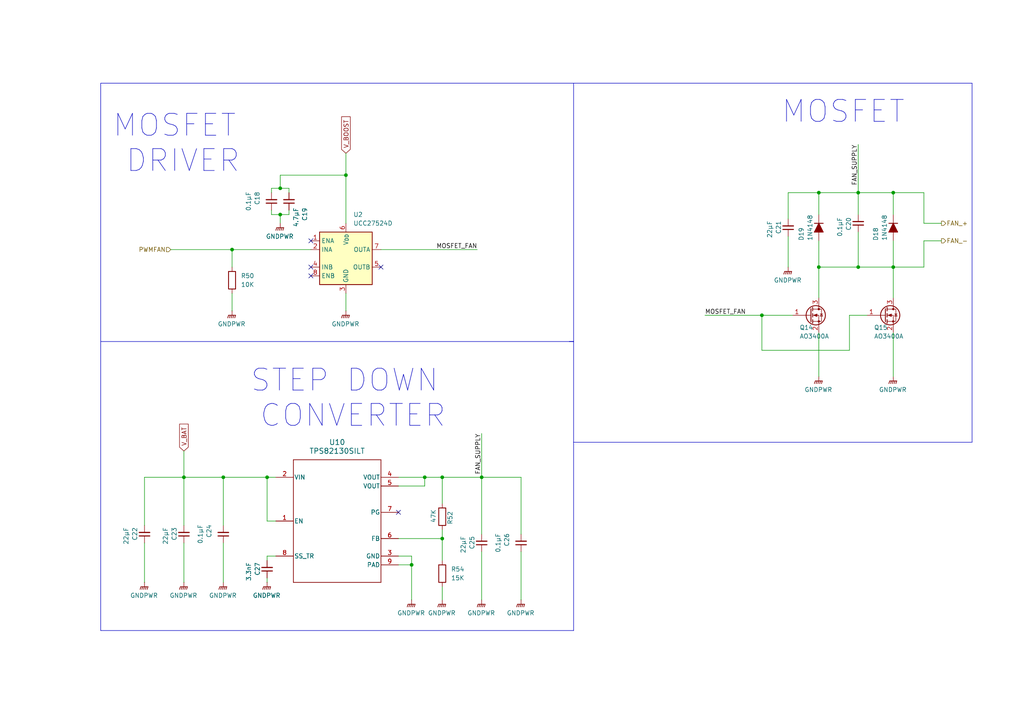
<source format=kicad_sch>
(kicad_sch (version 20250114) (generator "eeschema") (generator_version "9.0")
  (paper "A4")
  (title_block (title "Rabosa Micromouse") (rev "1.0") (company "XorvaLabs ") (comment 1 "Schematic design based on Green Ye's Green Giant 5.19V micromouse") (comment 2 "And in OPRobots streams"))
  (lib_symbols
    (symbol "Device:C_Small" (pin_numbers (hide yes)) (pin_names (offset 0.254) (hide yes))
      (property "Reference" "C" (at 0.254 1.778 0))
      (property "Value" "C_Small" (at 0.254 -2.032 0))
      (symbol "C_Small_0_1"
        (polyline (pts (xy -1.524 0.508) (xy 1.524 0.508)) (stroke (width 0.3048)))
        (polyline (pts (xy -1.524 -0.508) (xy 1.524 -0.508)) (stroke (width 0.3302)))
      )
      (symbol "C_Small_1_1"
        (pin passive line (at 0 2.54 270) (length 2.032) (name "~") (number "1"))
        (pin passive line (at 0 -2.54 90) (length 2.032) (name "~") (number "2"))
      )
    )
    (symbol "Device:R" (pin_numbers (hide yes)) (pin_names (offset 0))
      (property "Reference" "R" (at 2.032 0 90))
      (property "Value" "R" (at 0 0 90))
      (symbol "R_0_1"
        (rectangle (start -1.016 -2.54) (end 1.016 2.54) (stroke (width 0.254)))
      )
      (symbol "R_1_1"
        (pin passive line (at 0 3.81 270) (length 1.27) (name "~") (number "1"))
        (pin passive line (at 0 -3.81 90) (length 1.27) (name "~") (number "2"))
      )
    )
    (symbol "Driver_FET:UCC27524D"
      (property "Reference" "U" (at -7.62 8.89 0))
      (property "Value" "UCC27524D" (at 1.27 8.89 0))
      (symbol "UCC27524D_0_1"
        (rectangle (start -7.62 7.62) (end 7.62 -7.62) (stroke (width 0.254)) (fill (type background)))
      )
      (symbol "UCC27524D_1_1"
        (pin input line (at -10.16 5.08 0) (length 2.54) (name "ENA") (number "1"))
        (pin input line (at -10.16 2.54 0) (length 2.54) (name "INA") (number "2"))
        (pin input line (at -10.16 -2.54 0) (length 2.54) (name "INB") (number "4"))
        (pin input line (at -10.16 -5.08 0) (length 2.54) (name "ENB") (number "8"))
        (pin power_in line (at 0 10.16 270) (length 2.54) (name "V_{DD}") (number "6"))
        (pin power_in line (at 0 -10.16 90) (length 2.54) (name "GND") (number "3"))
        (pin output line (at 10.16 2.54 180) (length 2.54) (name "OUTA") (number "7"))
        (pin output line (at 10.16 -2.54 180) (length 2.54) (name "OUTB") (number "5"))
      )
    )
    (symbol "PCM_Diode_AKL:1N4148" (pin_numbers (hide yes)) (pin_names (offset 1.016) (hide yes))
      (property "Reference" "D" (at 0 5.08 0))
      (property "Value" "1N4148" (at 0 2.54 0))
      (symbol "1N4148_0_1"
        (polyline (pts (xy -1.27 1.27) (xy -1.27 -1.27) (xy 1.27 0) (xy -1.27 1.27)) (stroke (width 0.254)) (fill (type outline)))
        (polyline (pts (xy -1.27 0) (xy 1.27 0)))
        (polyline (pts (xy 1.27 1.27) (xy 1.27 -1.27)) (stroke (width 0.254)))
      )
      (symbol "1N4148_0_2"
        (polyline (pts (xy -2.54 -2.54) (xy 2.54 2.54)))
        (polyline (pts (xy -0.889 -0.889) (xy -1.778 0) (xy 0.889 0.889) (xy 0 -1.778) (xy -0.889 -0.889)) (stroke (width 0.254)) (fill (type outline)))
        (polyline (pts (xy 0 1.778) (xy 1.778 0)) (stroke (width 0.254)))
      )
      (symbol "1N4148_1_1"
        (pin passive line (at -3.81 0 0) (length 2.54) (name "A") (number "2"))
        (pin passive line (at 3.81 0 180) (length 2.54) (name "K") (number "1"))
      )
      (symbol "1N4148_1_2"
        (pin passive line (at -2.54 -2.54 0) (length 0) (name "A") (number "2"))
        (pin passive line (at 2.54 2.54 180) (length 0) (name "K") (number "1"))
      )
    )
    (symbol "Transistor_FET:AO3400A" (pin_names (offset 0) (hide yes))
      (property "Reference" "Q" (at 5.08 1.905 0))
      (property "Value" "AO3400A" (at 5.08 0 0))
      (symbol "AO3400A_0_1"
        (polyline (pts (xy 0.254 1.905) (xy 0.254 -1.905)) (stroke (width 0.254)))
        (polyline (pts (xy 0.254 0) (xy -2.54 0)))
        (polyline (pts (xy 0.762 2.286) (xy 0.762 1.27)) (stroke (width 0.254)))
        (polyline (pts (xy 0.762 0.508) (xy 0.762 -0.508)) (stroke (width 0.254)))
        (polyline (pts (xy 0.762 -1.27) (xy 0.762 -2.286)) (stroke (width 0.254)))
        (polyline (pts (xy 0.762 -1.778) (xy 3.302 -1.778) (xy 3.302 1.778) (xy 0.762 1.778)))
        (polyline (pts (xy 1.016 0) (xy 2.032 0.381) (xy 2.032 -0.381) (xy 1.016 0)) (fill (type outline)))
        (circle (center 1.651 0) (radius 2.794) (stroke (width 0.254)))
        (polyline (pts (xy 2.54 2.54) (xy 2.54 1.778)))
        (circle (center 2.54 1.778) (radius 0.254) (fill (type outline)))
        (circle (center 2.54 -1.778) (radius 0.254) (fill (type outline)))
        (polyline (pts (xy 2.54 -2.54) (xy 2.54 0) (xy 0.762 0)))
        (polyline (pts (xy 2.921 0.381) (xy 3.683 0.381)))
        (polyline (pts (xy 3.302 0.381) (xy 2.921 -0.254) (xy 3.683 -0.254) (xy 3.302 0.381)))
      )
      (symbol "AO3400A_1_1"
        (pin input line (at -5.08 0 0) (length 2.54) (name "G") (number "1"))
        (pin passive line (at 2.54 5.08 270) (length 2.54) (name "D") (number "3"))
        (pin passive line (at 2.54 -5.08 90) (length 2.54) (name "S") (number "2"))
      )
    )
    (symbol "dc-dc:TPS82130SILT" (pin_names (offset 0.254))
      (property "Reference" "U" (at 0 2.54 0))
      (property "Value" "TPS82130SILT" (at 0 0 0))
      (symbol "TPS82130SILT_0_1"
        (polyline (pts (xy -12.7 17.78) (xy -12.7 -17.78)) (stroke (width 0.2032)))
        (polyline (pts (xy -12.7 -17.78) (xy 12.7 -17.78)) (stroke (width 0.2032)))
        (polyline (pts (xy 12.7 17.78) (xy -12.7 17.78)) (stroke (width 0.2032)))
        (polyline (pts (xy 12.7 -17.78) (xy 12.7 17.78)) (stroke (width 0.2032)))
        (pin power_in line (at -17.78 12.7 0) (length 5.08) (name "VIN") (number "2"))
        (pin input line (at -17.78 0 0) (length 5.08) (name "EN") (number "1"))
        (pin input line (at -17.78 -10.16 0) (length 5.08) (name "SS_TR") (number "8"))
        (pin power_in line (at 17.78 12.7 180) (length 5.08) (name "VOUT") (number "4"))
        (pin power_in line (at 17.78 10.16 180) (length 5.08) (name "VOUT") (number "5"))
        (pin open_collector line (at 17.78 2.54 180) (length 5.08) (name "PG") (number "7"))
        (pin input line (at 17.78 -5.08 180) (length 5.08) (name "FB") (number "6"))
        (pin power_in line (at 17.78 -10.16 180) (length 5.08) (name "GND") (number "3"))
        (pin power_in line (at 17.78 -12.7 180) (length 5.08) (name "PAD") (number "9"))
      )
    )
    (symbol "power:GNDPWR" (power) (pin_numbers (hide yes)) (pin_names (offset 0) (hide yes))
      (property "Value" "GNDPWR" (at 0 -3.302 0))
      (symbol "GNDPWR_0_1"
        (polyline (pts (xy -1.016 -1.27) (xy -1.27 -2.032) (xy -1.27 -2.032)) (stroke (width 0.2032)))
        (polyline (pts (xy -0.508 -1.27) (xy -0.762 -2.032) (xy -0.762 -2.032)) (stroke (width 0.2032)))
        (polyline (pts (xy 0 -1.27) (xy 0 0)))
        (polyline (pts (xy 0 -1.27) (xy -0.254 -2.032) (xy -0.254 -2.032)) (stroke (width 0.2032)))
        (polyline (pts (xy 0.508 -1.27) (xy 0.254 -2.032) (xy 0.254 -2.032)) (stroke (width 0.2032)))
        (polyline (pts (xy 1.016 -1.27) (xy -1.016 -1.27) (xy -1.016 -1.27)) (stroke (width 0.2032)))
        (polyline (pts (xy 1.016 -1.27) (xy 0.762 -2.032) (xy 0.762 -2.032) (xy 0.762 -2.032)) (stroke (width 0.2032)))
      )
      (symbol "GNDPWR_1_1"
        (pin power_in line (at 0 0 270) (length 0) (name "~") (number "1"))
      )
    )
  )
  (text "MOSFET" (at 244.602 32.512 0) (effects (font (size 6.35 6.35))))
  (text "STEP DOWN \nCONVERTER" (at 102.362 115.57 0) (effects (font (size 6.35 6.35))))
  (text "MOSFET \nDRIVER" (at 53.086 41.656 0) (effects (font (size 6.35 6.35))))
  (junction (at 259.08 55.88))
  (junction (at 81.28 62.23))
  (junction (at 67.31 72.39))
  (junction (at 77.47 138.43))
  (junction (at 128.27 138.43))
  (junction (at 128.27 156.21))
  (junction (at 81.28 54.61))
  (junction (at 259.08 77.47))
  (junction (at 139.7 138.43))
  (junction (at 248.92 77.47))
  (junction (at 123.19 138.43))
  (junction (at 119.38 163.83))
  (junction (at 220.98 91.44))
  (junction (at 248.92 55.88))
  (junction (at 53.34 138.43))
  (junction (at 237.49 55.88))
  (junction (at 64.77 138.43))
  (junction (at 100.33 50.8))
  (junction (at 237.49 77.47))
  (no_connect (at 90.17 77.47))
  (no_connect (at 110.49 77.47))
  (no_connect (at 90.17 69.85))
  (no_connect (at 90.17 80.01))
  (no_connect (at 115.57 148.59))
  (polyline (pts (xy 29.21 24.13) (xy 29.21 182.88)))
  (wire (pts (xy 259.08 55.88) (xy 267.97 55.88)))
  (wire (pts (xy 41.91 138.43) (xy 53.34 138.43)))
  (wire (pts (xy 80.01 151.13) (xy 77.47 151.13)))
  (wire (pts (xy 100.33 44.45) (xy 100.33 50.8)))
  (polyline (pts (xy 166.37 128.27) (xy 281.94 128.27)))
  (wire (pts (xy 115.57 156.21) (xy 128.27 156.21)))
  (wire (pts (xy 259.08 77.47) (xy 267.97 77.47)))
  (wire (pts (xy 123.19 140.97) (xy 123.19 138.43)))
  (wire (pts (xy 228.6 55.88) (xy 237.49 55.88)))
  (wire (pts (xy 139.7 173.99) (xy 139.7 160.02)))
  (wire (pts (xy 67.31 72.39) (xy 90.17 72.39)))
  (wire (pts (xy 228.6 68.58) (xy 228.6 77.47)))
  (wire (pts (xy 119.38 163.83) (xy 119.38 173.99)))
  (polyline (pts (xy 166.37 128.27) (xy 166.37 99.06)))
  (wire (pts (xy 220.98 101.6) (xy 220.98 91.44)))
  (wire (pts (xy 41.91 138.43) (xy 41.91 152.4)))
  (wire (pts (xy 53.34 157.48) (xy 53.34 168.91)))
  (wire (pts (xy 151.13 160.02) (xy 151.13 173.99)))
  (wire (pts (xy 128.27 156.21) (xy 128.27 162.56)))
  (wire (pts (xy 77.47 138.43) (xy 80.01 138.43)))
  (wire (pts (xy 128.27 153.67) (xy 128.27 156.21)))
  (wire (pts (xy 78.74 54.61) (xy 81.28 54.61)))
  (wire (pts (xy 64.77 138.43) (xy 77.47 138.43)))
  (wire (pts (xy 81.28 54.61) (xy 83.82 54.61)))
  (wire (pts (xy 67.31 72.39) (xy 67.31 77.47)))
  (wire (pts (xy 78.74 55.88) (xy 78.74 54.61)))
  (wire (pts (xy 259.08 62.23) (xy 259.08 55.88)))
  (wire (pts (xy 41.91 157.48) (xy 41.91 168.91)))
  (wire (pts (xy 115.57 161.29) (xy 119.38 161.29)))
  (wire (pts (xy 267.97 55.88) (xy 267.97 64.77)))
  (wire (pts (xy 77.47 151.13) (xy 77.47 138.43)))
  (polyline (pts (xy 29.21 24.13) (xy 281.94 24.13)))
  (wire (pts (xy 128.27 170.18) (xy 128.27 173.99)))
  (wire (pts (xy 49.53 72.39) (xy 67.31 72.39)))
  (wire (pts (xy 100.33 50.8) (xy 100.33 64.77)))
  (wire (pts (xy 246.38 91.44) (xy 246.38 101.6)))
  (wire (pts (xy 115.57 140.97) (xy 123.19 140.97)))
  (wire (pts (xy 78.74 60.96) (xy 78.74 62.23)))
  (wire (pts (xy 64.77 138.43) (xy 64.77 152.4)))
  (wire (pts (xy 237.49 77.47) (xy 248.92 77.47)))
  (wire (pts (xy 81.28 62.23) (xy 83.82 62.23)))
  (wire (pts (xy 83.82 60.96) (xy 83.82 62.23)))
  (polyline (pts (xy 29.21 99.06) (xy 166.37 99.06)))
  (wire (pts (xy 139.7 138.43) (xy 151.13 138.43)))
  (polyline (pts (xy 166.37 128.27) (xy 166.37 182.88)))
  (wire (pts (xy 139.7 138.43) (xy 139.7 154.94)))
  (wire (pts (xy 53.34 130.81) (xy 53.34 138.43)))
  (wire (pts (xy 128.27 138.43) (xy 139.7 138.43)))
  (wire (pts (xy 128.27 138.43) (xy 128.27 146.05)))
  (wire (pts (xy 80.01 161.29) (xy 77.47 161.29)))
  (wire (pts (xy 151.13 138.43) (xy 151.13 154.94)))
  (wire (pts (xy 237.49 55.88) (xy 237.49 62.23)))
  (wire (pts (xy 248.92 67.31) (xy 248.92 77.47)))
  (polyline (pts (xy 281.94 24.13) (xy 281.94 128.27)))
  (wire (pts (xy 259.08 96.52) (xy 259.08 109.22)))
  (wire (pts (xy 267.97 69.85) (xy 273.05 69.85)))
  (wire (pts (xy 228.6 63.5) (xy 228.6 55.88)))
  (wire (pts (xy 259.08 77.47) (xy 259.08 69.85)))
  (wire (pts (xy 100.33 85.09) (xy 100.33 90.17)))
  (wire (pts (xy 53.34 138.43) (xy 64.77 138.43)))
  (wire (pts (xy 237.49 77.47) (xy 237.49 86.36)))
  (wire (pts (xy 248.92 41.91) (xy 248.92 55.88)))
  (wire (pts (xy 237.49 55.88) (xy 248.92 55.88)))
  (wire (pts (xy 237.49 77.47) (xy 237.49 69.85)))
  (wire (pts (xy 251.46 91.44) (xy 246.38 91.44)))
  (wire (pts (xy 115.57 138.43) (xy 123.19 138.43)))
  (wire (pts (xy 123.19 138.43) (xy 128.27 138.43)))
  (wire (pts (xy 204.47 91.44) (xy 220.98 91.44)))
  (wire (pts (xy 220.98 91.44) (xy 229.87 91.44)))
  (wire (pts (xy 259.08 77.47) (xy 259.08 86.36)))
  (wire (pts (xy 139.7 125.73) (xy 139.7 138.43)))
  (wire (pts (xy 115.57 163.83) (xy 119.38 163.83)))
  (wire (pts (xy 83.82 54.61) (xy 83.82 55.88)))
  (wire (pts (xy 248.92 62.23) (xy 248.92 55.88)))
  (polyline (pts (xy 166.37 24.13) (xy 166.37 99.06)))
  (wire (pts (xy 81.28 62.23) (xy 81.28 64.77)))
  (wire (pts (xy 267.97 64.77) (xy 273.05 64.77)))
  (wire (pts (xy 119.38 161.29) (xy 119.38 163.83)))
  (wire (pts (xy 267.97 77.47) (xy 267.97 69.85)))
  (wire (pts (xy 259.08 55.88) (xy 248.92 55.88)))
  (wire (pts (xy 237.49 96.52) (xy 237.49 109.22)))
  (wire (pts (xy 81.28 62.23) (xy 78.74 62.23)))
  (wire (pts (xy 246.38 101.6) (xy 220.98 101.6)))
  (wire (pts (xy 67.31 85.09) (xy 67.31 90.17)))
  (polyline (pts (xy 166.37 182.88) (xy 29.21 182.88)))
  (wire (pts (xy 77.47 161.29) (xy 77.47 162.56)))
  (wire (pts (xy 64.77 157.48) (xy 64.77 168.91)))
  (wire (pts (xy 53.34 138.43) (xy 53.34 152.4)))
  (wire (pts (xy 81.28 50.8) (xy 81.28 54.61)))
  (wire (pts (xy 100.33 50.8) (xy 81.28 50.8)))
  (polyline (pts (xy 166.37 99.06) (xy 165.1 99.06)))
  (wire (pts (xy 248.92 77.47) (xy 259.08 77.47)))
  (wire (pts (xy 77.47 167.64) (xy 77.47 168.91)))
  (wire (pts (xy 110.49 72.39) (xy 138.43 72.39)))
  (label "MOSFET_FAN" (at 138.43 72.39 180))
  (label "FAN_SUPPLY" (at 139.7 125.73 270))
  (label "MOSFET_FAN" (at 204.47 91.44 0))
  (label "FAN_SUPPLY" (at 248.92 41.91 270))
  (global_label "V_BAT" (shape input) (at 53.34 130.81 90) (property "Intersheetrefs" "${INTERSHEET_REFS}" (effects (hide yes))))
  (global_label "V_BOOST" (shape input) (at 100.33 44.45 90) (property "Intersheetrefs" "${INTERSHEET_REFS}" (effects (hide yes))))
  (hierarchical_label "FAN_+" (shape output) (at 273.05 64.77 0))
  (hierarchical_label "PWMFAN" (shape input) (at 49.53 72.39 180))
  (hierarchical_label "FAN_-" (shape output) (at 273.05 69.85 0))
  (symbol (lib_id "Device:C_Small") (at 78.74 58.42 180) (unit 1)
    (property "Reference" "C18" (at 74.6063 55.5625 90) (effects (justify left)))
    (property "Value" "0.1µF" (at 72.0663 55.5625 90) (effects (justify left)))
    (property "Footprint" "Capacitor_SMD:C_0402_1005Metric" (effects (hide yes)))
    (property "Description" "Unpolarized capacitor, small symbol" (effects (hide yes)))
    (property "JLCPCB Part #" "C1525" (effects (hide yes)))
  )
  (symbol (lib_id "Device:C_Small") (at 139.7 157.48 0) (mirror x) (unit 1)
    (property "Reference" "C25" (at 136.906 155.448 90) (effects (justify left)))
    (property "Value" "22µF" (at 134.366 155.448 90) (effects (justify left)))
    (property "Footprint" "Capacitor_SMD:C_0402_1005Metric" (effects (hide yes)))
    (property "Description" "Unpolarized capacitor, small symbol" (effects (hide yes)))
    (property "JLCPCB Part #" "C105226" (effects (hide yes)))
  )
  (symbol (lib_id "power:GNDPWR") (at 100.33 90.17 0) (unit 1)
    (property "Reference" "#PWR0110" (effects (hide yes)))
    (property "Value" "GNDPWR" (at 100.203 93.98 0))
    (property "Description" "Power symbol creates a global label with name \"GNDPWR\" , global ground" (effects (hide yes)))
  )
  (symbol (lib_id "Transistor_FET:AO3400A") (at 256.54 91.44 0) (unit 1)
    (property "Reference" "Q15" (at 253.492 94.996 0) (effects (justify left)))
    (property "Value" "AO3400A" (at 253.492 97.536 0) (effects (justify left)))
    (property "Footprint" "Package_TO_SOT_SMD:SOT-23" (effects (hide yes)))
    (property "Datasheet" "http://www.aosmd.com/pdfs/datasheet/AO3400A.pdf" (effects (hide yes)))
    (property "Description" "30V Vds, 5.7A Id, N-Channel MOSFET, SOT-23" (effects (hide yes)))
    (property "Link compra" "https://www.digikey.es/es/products/detail/alpha-omega-semiconductor-inc/AO3400A/1855772" (effects (hide yes)))
    (property "JLCPCB Part #" "C20917" (effects (hide yes)))
  )
  (symbol (lib_id "Transistor_FET:AO3400A") (at 234.95 91.44 0) (unit 1)
    (property "Reference" "Q14" (at 231.902 94.996 0) (effects (justify left)))
    (property "Value" "AO3400A" (at 231.902 97.536 0) (effects (justify left)))
    (property "Footprint" "Package_TO_SOT_SMD:SOT-23" (effects (hide yes)))
    (property "Datasheet" "http://www.aosmd.com/pdfs/datasheet/AO3400A.pdf" (effects (hide yes)))
    (property "Description" "30V Vds, 5.7A Id, N-Channel MOSFET, SOT-23" (effects (hide yes)))
    (property "Link compra" "https://www.digikey.es/es/products/detail/alpha-omega-semiconductor-inc/AO3400A/1855772" (effects (hide yes)))
    (property "JLCPCB Part #" "C20917" (effects (hide yes)))
  )
  (symbol (lib_id "Device:C_Small") (at 151.13 157.48 180) (unit 1)
    (property "Reference" "C26" (at 146.9963 154.6225 90) (effects (justify left)))
    (property "Value" "0.1µF" (at 144.4563 154.6225 90) (effects (justify left)))
    (property "Footprint" "Capacitor_SMD:C_0402_1005Metric" (effects (hide yes)))
    (property "Description" "Unpolarized capacitor, small symbol" (effects (hide yes)))
    (property "JLCPCB Part #" "C1525" (effects (hide yes)))
  )
  (symbol (lib_id "power:GNDPWR") (at 64.77 168.91 0) (unit 1)
    (property "Reference" "#PWR0120" (effects (hide yes)))
    (property "Value" "GNDPWR" (at 64.643 172.72 0))
    (property "Description" "Power symbol creates a global label with name \"GNDPWR\" , global ground" (effects (hide yes)))
  )
  (symbol (lib_id "Device:C_Small") (at 41.91 154.94 0) (mirror x) (unit 1)
    (property "Reference" "C22" (at 39.116 152.908 90) (effects (justify left)))
    (property "Value" "22µF" (at 36.576 152.908 90) (effects (justify left)))
    (property "Footprint" "Capacitor_SMD:C_0402_1005Metric" (effects (hide yes)))
    (property "Description" "Unpolarized capacitor, small symbol" (effects (hide yes)))
    (property "JLCPCB Part #" "C105226" (effects (hide yes)))
  )
  (symbol (lib_id "Device:R") (at 128.27 166.37 0) (unit 1)
    (property "Reference" "R54" (at 130.81 165.0999 0) (effects (justify left)))
    (property "Value" "15K" (at 130.81 167.6399 0) (effects (justify left)))
    (property "Footprint" "Resistor_SMD:R_0402_1005Metric" (effects (hide yes)))
    (property "Description" "Resistor" (effects (hide yes)))
    (property "JLCPCB Part #" "C173692" (effects (hide yes)))
  )
  (symbol (lib_id "Device:C_Small") (at 53.34 154.94 0) (mirror x) (unit 1)
    (property "Reference" "C23" (at 50.546 152.908 90) (effects (justify left)))
    (property "Value" "22µF" (at 48.006 152.908 90) (effects (justify left)))
    (property "Footprint" "Capacitor_SMD:C_0402_1005Metric" (effects (hide yes)))
    (property "Description" "Unpolarized capacitor, small symbol" (effects (hide yes)))
    (property "JLCPCB Part #" "C105226" (effects (hide yes)))
  )
  (symbol (lib_id "power:GNDPWR") (at 259.08 109.22 0) (unit 1)
    (property "Reference" "#PWR0117" (effects (hide yes)))
    (property "Value" "GNDPWR" (at 258.953 113.03 0))
    (property "Description" "Power symbol creates a global label with name \"GNDPWR\" , global ground" (effects (hide yes)))
  )
  (symbol (lib_id "Device:C_Small") (at 77.47 165.1 0) (mirror x) (unit 1)
    (property "Reference" "C27" (at 74.676 163.068 90) (effects (justify left)))
    (property "Value" "3.3nF" (at 72.136 163.068 90) (effects (justify left)))
    (property "Footprint" "Capacitor_SMD:C_0402_1005Metric" (effects (hide yes)))
    (property "Description" "Unpolarized capacitor, small symbol" (effects (hide yes)))
    (property "JLCPCB Part #" "C1536" (effects (hide yes)))
  )
  (symbol (lib_id "dc-dc:TPS82130SILT") (at 97.79 151.13 0) (unit 1)
    (property "Reference" "U10" (at 97.79 128.27 0) (effects (font (size 1.524 1.524))))
    (property "Value" "TPS82130SILT" (at 97.79 130.81 0) (effects (font (size 1.524 1.524))))
    (property "Footprint" "pcb_dc-dc:TPS82130SILT" (effects (hide yes)))
    (property "Datasheet" "https://www.ti.com/lit/gpn/tps82130" (effects (hide yes)))
    (property "JLCPCB Part #" "C163210" (effects (hide yes)))
  )
  (symbol (lib_id "power:GNDPWR") (at 228.6 77.47 0) (unit 1)
    (property "Reference" "#PWR0115" (effects (hide yes)))
    (property "Value" "GNDPWR" (at 228.473 81.28 0))
    (property "Description" "Power symbol creates a global label with name \"GNDPWR\" , global ground" (effects (hide yes)))
  )
  (symbol (lib_id "Driver_FET:UCC27524D") (at 100.33 74.93 0) (unit 1)
    (property "Reference" "U2" (at 102.4733 62.23 0) (effects (justify left)))
    (property "Value" "UCC27524D" (at 102.4733 64.77 0) (effects (justify left)))
    (property "Footprint" "Package_SO:SOIC-8_3.9x4.9mm_P1.27mm" (effects (hide yes)))
    (property "Datasheet" "https://www.ti.com/lit/ds/symlink/ucc27524.pdf" (effects (hide yes)))
    (property "Description" "Dual 5A MOSFET driver, 4.5V..18V supply, non-inverting, SOIC-8" (effects (hide yes)))
    (property "JLCPCB Part #" "C5334499" (effects (hide yes)))
  )
  (symbol (lib_id "power:GNDPWR") (at 81.28 64.77 0) (unit 1)
    (property "Reference" "#PWR0107" (effects (hide yes)))
    (property "Value" "GNDPWR" (at 81.153 68.58 0))
    (property "Description" "Power symbol creates a global label with name \"GNDPWR\" , global ground" (effects (hide yes)))
  )
  (symbol (lib_id "power:GNDPWR") (at 139.7 173.99 0) (unit 1)
    (property "Reference" "#PWR0122" (effects (hide yes)))
    (property "Value" "GNDPWR" (at 139.573 177.8 0))
    (property "Description" "Power symbol creates a global label with name \"GNDPWR\" , global ground" (effects (hide yes)))
  )
  (symbol (lib_id "power:GNDPWR") (at 67.31 90.17 0) (unit 1)
    (property "Reference" "#PWR0105" (effects (hide yes)))
    (property "Value" "GNDPWR" (at 67.183 93.98 0))
    (property "Description" "Power symbol creates a global label with name \"GNDPWR\" , global ground" (effects (hide yes)))
  )
  (symbol (lib_id "Device:C_Small") (at 64.77 154.94 180) (unit 1)
    (property "Reference" "C24" (at 60.6363 152.0825 90) (effects (justify left)))
    (property "Value" "0.1µF" (at 58.0963 152.0825 90) (effects (justify left)))
    (property "Footprint" "Capacitor_SMD:C_0402_1005Metric" (effects (hide yes)))
    (property "Description" "Unpolarized capacitor, small symbol" (effects (hide yes)))
    (property "JLCPCB Part #" "C1525" (effects (hide yes)))
  )
  (symbol (lib_id "Device:C_Small") (at 83.82 58.42 0) (mirror x) (unit 1)
    (property "Reference" "C19" (at 88.392 60.198 90) (effects (justify left)))
    (property "Value" "4.7µF" (at 85.852 60.198 90) (effects (justify left)))
    (property "Footprint" "Capacitor_SMD:C_0402_1005Metric" (effects (hide yes)))
    (property "Description" "Unpolarized capacitor, small symbol" (effects (hide yes)))
    (property "JLCPCB Part #" "C23687" (effects (hide yes)))
  )
  (symbol (lib_id "PCM_Diode_AKL:1N4148") (at 237.49 66.04 90) (unit 1)
    (property "Reference" "D19" (at 232.41 69.85 0) (effects (justify left)))
    (property "Value" "1N4148" (at 234.95 69.85 0) (effects (justify left)))
    (property "Footprint" "PCM_Diode_SMD_AKL:D_SOD-523" (effects (hide yes)))
    (property "Datasheet" "https://datasheet.octopart.com/1N4148TR-ON-Semiconductor-datasheet-42765246.pdf" (effects (hide yes)))
    (property "Description" "DO-35 Diode, Small Signal, Fast Switching, 75V, 150mA, 4ns, Alternate KiCad Library" (effects (hide yes)))
    (property "JLCPCB Part #" "C727112" (effects (hide yes)))
  )
  (symbol (lib_id "PCM_Diode_AKL:1N4148") (at 259.08 66.04 90) (unit 1)
    (property "Reference" "D18" (at 254 69.85 0) (effects (justify left)))
    (property "Value" "1N4148" (at 256.54 69.85 0) (effects (justify left)))
    (property "Footprint" "PCM_Diode_SMD_AKL:D_SOD-523" (effects (hide yes)))
    (property "Datasheet" "https://datasheet.octopart.com/1N4148TR-ON-Semiconductor-datasheet-42765246.pdf" (effects (hide yes)))
    (property "Description" "DO-35 Diode, Small Signal, Fast Switching, 75V, 150mA, 4ns, Alternate KiCad Library" (effects (hide yes)))
    (property "JLCPCB Part #" "C727112" (effects (hide yes)))
  )
  (symbol (lib_id "power:GNDPWR") (at 41.91 168.91 0) (unit 1)
    (property "Reference" "#PWR0118" (effects (hide yes)))
    (property "Value" "GNDPWR" (at 41.783 172.72 0))
    (property "Description" "Power symbol creates a global label with name \"GNDPWR\" , global ground" (effects (hide yes)))
  )
  (symbol (lib_id "Device:R") (at 128.27 149.86 0) (mirror y) (unit 1)
    (property "Reference" "R52" (at 130.556 152.146 90) (effects (justify left)))
    (property "Value" "47K" (at 125.73 151.638 90) (effects (justify left)))
    (property "Footprint" "Resistor_SMD:R_0402_1005Metric" (effects (hide yes)))
    (property "Description" "Resistor" (effects (hide yes)))
    (property "JLCPCB Part #" "C25563" (effects (hide yes)))
  )
  (symbol (lib_id "power:GNDPWR") (at 237.49 109.22 0) (unit 1)
    (property "Reference" "#PWR0116" (effects (hide yes)))
    (property "Value" "GNDPWR" (at 237.363 113.03 0))
    (property "Description" "Power symbol creates a global label with name \"GNDPWR\" , global ground" (effects (hide yes)))
  )
  (symbol (lib_id "Device:R") (at 67.31 81.28 0) (unit 1)
    (property "Reference" "R50" (at 69.85 80.0099 0) (effects (justify left)))
    (property "Value" "10K" (at 69.85 82.5499 0) (effects (justify left)))
    (property "Footprint" "Resistor_SMD:R_0402_1005Metric" (effects (hide yes)))
    (property "Description" "Resistor" (effects (hide yes)))
    (property "JLCPCB Part #" "C174175" (effects (hide yes)))
  )
  (symbol (lib_id "power:GNDPWR") (at 151.13 173.99 0) (unit 1)
    (property "Reference" "#PWR0123" (effects (hide yes)))
    (property "Value" "GNDPWR" (at 151.003 177.8 0))
    (property "Description" "Power symbol creates a global label with name \"GNDPWR\" , global ground" (effects (hide yes)))
  )
  (symbol (lib_id "Device:C_Small") (at 248.92 64.77 180) (unit 1)
    (property "Reference" "C20" (at 246.126 62.992 90) (effects (justify left)))
    (property "Value" "0.1µF" (at 243.586 62.992 90) (effects (justify left)))
    (property "Footprint" "Capacitor_SMD:C_0402_1005Metric" (effects (hide yes)))
    (property "Description" "Unpolarized capacitor, small symbol" (effects (hide yes)))
    (property "JLCPCB Part #" "C1525" (effects (hide yes)))
  )
  (symbol (lib_id "power:GNDPWR") (at 128.27 173.99 0) (unit 1)
    (property "Reference" "#PWR0124" (effects (hide yes)))
    (property "Value" "GNDPWR" (at 128.143 177.8 0))
    (property "Description" "Power symbol creates a global label with name \"GNDPWR\" , global ground" (effects (hide yes)))
  )
  (symbol (lib_id "power:GNDPWR") (at 53.34 168.91 0) (unit 1)
    (property "Reference" "#PWR0119" (effects (hide yes)))
    (property "Value" "GNDPWR" (at 53.213 172.72 0))
    (property "Description" "Power symbol creates a global label with name \"GNDPWR\" , global ground" (effects (hide yes)))
  )
  (symbol (lib_id "power:GNDPWR") (at 77.47 168.91 0) (unit 1)
    (property "Reference" "#PWR0121" (effects (hide yes)))
    (property "Value" "GNDPWR" (at 77.343 172.72 0))
    (property "Description" "Power symbol creates a global label with name \"GNDPWR\" , global ground" (effects (hide yes)))
  )
  (symbol (lib_id "Device:C_Small") (at 228.6 66.04 0) (mirror x) (unit 1)
    (property "Reference" "C21" (at 225.806 64.008 90) (effects (justify left)))
    (property "Value" "22µF" (at 223.266 64.008 90) (effects (justify left)))
    (property "Footprint" "Capacitor_SMD:C_0402_1005Metric" (effects (hide yes)))
    (property "Description" "Unpolarized capacitor, small symbol" (effects (hide yes)))
    (property "JLCPCB Part #" "C105226" (effects (hide yes)))
  )
  (symbol (lib_id "power:GNDPWR") (at 119.38 173.99 0) (unit 1)
    (property "Reference" "#PWR0125" (effects (hide yes)))
    (property "Value" "GNDPWR" (at 119.253 177.8 0))
    (property "Description" "Power symbol creates a global label with name \"GNDPWR\" , global ground" (effects (hide yes)))
  )
)
</source>
